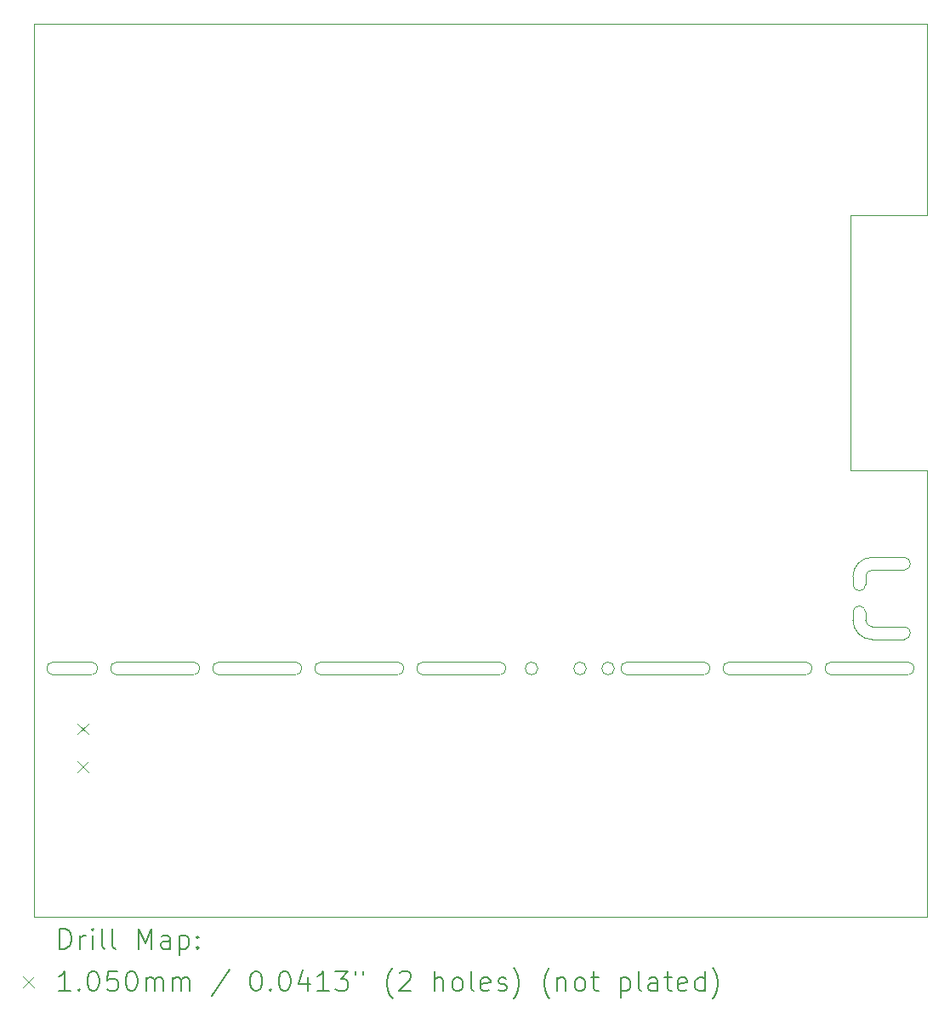
<source format=gbr>
%TF.GenerationSoftware,KiCad,Pcbnew,8.0.6-hq-2-g3d73d9976a*%
%TF.CreationDate,2024-12-23T23:06:48+08:00*%
%TF.ProjectId,DemoBoard_SensorForTemp&Rh_IntegratedWithMCU,44656d6f-426f-4617-9264-5f53656e736f,rev?*%
%TF.SameCoordinates,Original*%
%TF.FileFunction,Drillmap*%
%TF.FilePolarity,Positive*%
%FSLAX45Y45*%
G04 Gerber Fmt 4.5, Leading zero omitted, Abs format (unit mm)*
G04 Created by KiCad (PCBNEW 8.0.6-hq-2-g3d73d9976a) date 2024-12-23 23:06:48*
%MOMM*%
%LPD*%
G01*
G04 APERTURE LIST*
%ADD10C,0.050000*%
%ADD11C,0.200000*%
%ADD12C,0.105000*%
G04 APERTURE END LIST*
D10*
X16281400Y-11077940D02*
G75*
G02*
X16281400Y-11204940I0J-63500D01*
G01*
X13525500Y-11557000D02*
G75*
G02*
X13525500Y-11430000I0J63500D01*
G01*
X10223500Y-11557000D02*
X9461500Y-11557000D01*
X15748000Y-9525000D02*
X16510000Y-9525000D01*
X7620000Y-13970000D02*
X7620000Y-5080000D01*
X10223500Y-11430000D02*
G75*
G02*
X10223500Y-11557000I0J-63500D01*
G01*
X12255500Y-11430000D02*
X11493500Y-11430000D01*
X15963900Y-11077940D02*
G75*
G02*
X15900400Y-11014440I0J63500D01*
G01*
X11493500Y-11557000D02*
G75*
G02*
X11493500Y-11430000I0J63500D01*
G01*
X12255500Y-11557000D02*
X11493500Y-11557000D01*
X8445500Y-11557000D02*
G75*
G02*
X8445500Y-11430000I0J63500D01*
G01*
X16319500Y-11557000D02*
X15557500Y-11557000D01*
X14287500Y-11557000D02*
X13525500Y-11557000D01*
X14541500Y-11557000D02*
G75*
G02*
X14541500Y-11430000I0J63500D01*
G01*
X14287500Y-11430000D02*
X13525500Y-11430000D01*
X14287500Y-11430000D02*
G75*
G02*
X14287500Y-11557000I0J-63500D01*
G01*
X16281400Y-10387060D02*
G75*
G02*
X16281400Y-10514060I0J-63500D01*
G01*
X12636500Y-11493500D02*
G75*
G02*
X12509500Y-11493500I-63500J0D01*
G01*
X12509500Y-11493500D02*
G75*
G02*
X12636500Y-11493500I63500J0D01*
G01*
X16281400Y-10514060D02*
X15963900Y-10514060D01*
X11239500Y-11430000D02*
G75*
G02*
X11239500Y-11557000I0J-63500D01*
G01*
X15963900Y-10387060D02*
X16281400Y-10387060D01*
X9461500Y-11557000D02*
G75*
G02*
X9461500Y-11430000I0J63500D01*
G01*
X15900400Y-10577560D02*
G75*
G02*
X15963900Y-10514060I63500J0D01*
G01*
X9207500Y-11430000D02*
G75*
G02*
X9207500Y-11557000I0J-63500D01*
G01*
X7810500Y-11557000D02*
X8191500Y-11557000D01*
X15773400Y-10935700D02*
G75*
G02*
X15900400Y-10935700I63500J0D01*
G01*
X15748000Y-6985000D02*
X15748000Y-9525000D01*
X11239500Y-11557000D02*
X10477500Y-11557000D01*
X9207500Y-11430000D02*
X8445500Y-11430000D01*
X7810500Y-11557000D02*
G75*
G02*
X7810500Y-11430000I0J63500D01*
G01*
X10223500Y-11430000D02*
X9461500Y-11430000D01*
X15963900Y-11204940D02*
X16281400Y-11204940D01*
X11239500Y-11430000D02*
X10477500Y-11430000D01*
X15900400Y-10656300D02*
G75*
G02*
X15773400Y-10656300I-63500J0D01*
G01*
X8191500Y-11430000D02*
X7810500Y-11430000D01*
X15303500Y-11430000D02*
G75*
G02*
X15303500Y-11557000I0J-63500D01*
G01*
X15303500Y-11557000D02*
X14541500Y-11557000D01*
X9207500Y-11557000D02*
X8445500Y-11557000D01*
X7620000Y-5080000D02*
X16510000Y-5080000D01*
X12255500Y-11430000D02*
G75*
G02*
X12255500Y-11557000I0J-63500D01*
G01*
X15773400Y-10935700D02*
X15773400Y-11014440D01*
X15303500Y-11430000D02*
X14541500Y-11430000D01*
X16510000Y-13970000D02*
X7620000Y-13970000D01*
X15773400Y-10656300D02*
X15773400Y-10577560D01*
X13119100Y-11493500D02*
G75*
G02*
X12992100Y-11493500I-63500J0D01*
G01*
X12992100Y-11493500D02*
G75*
G02*
X13119100Y-11493500I63500J0D01*
G01*
X15900400Y-10935700D02*
X15900400Y-11014440D01*
X8191500Y-11430000D02*
G75*
G02*
X8191500Y-11557000I0J-63500D01*
G01*
X16319500Y-11430000D02*
X15557500Y-11430000D01*
X15557500Y-11557000D02*
G75*
G02*
X15557500Y-11430000I0J63500D01*
G01*
X13398500Y-11493500D02*
G75*
G02*
X13271500Y-11493500I-63500J0D01*
G01*
X13271500Y-11493500D02*
G75*
G02*
X13398500Y-11493500I63500J0D01*
G01*
X16510000Y-6985000D02*
X15748000Y-6985000D01*
X15963900Y-11204940D02*
G75*
G02*
X15773400Y-11014440I0J190500D01*
G01*
X10477500Y-11557000D02*
G75*
G02*
X10477500Y-11430000I0J63500D01*
G01*
X16319500Y-11430000D02*
G75*
G02*
X16319500Y-11557000I0J-63500D01*
G01*
X15773400Y-10577560D02*
G75*
G02*
X15963900Y-10387060I190500J0D01*
G01*
X15900400Y-10656300D02*
X15900400Y-10577560D01*
X16281400Y-11077940D02*
X15963900Y-11077940D01*
X16510000Y-5080000D02*
X16510000Y-6985000D01*
X16510000Y-9525000D02*
X16510000Y-13970000D01*
D11*
D12*
X8055510Y-12040940D02*
X8160510Y-12145940D01*
X8160510Y-12040940D02*
X8055510Y-12145940D01*
X8055510Y-12420940D02*
X8160510Y-12525940D01*
X8160510Y-12420940D02*
X8055510Y-12525940D01*
D11*
X7878277Y-14283984D02*
X7878277Y-14083984D01*
X7878277Y-14083984D02*
X7925896Y-14083984D01*
X7925896Y-14083984D02*
X7954467Y-14093508D01*
X7954467Y-14093508D02*
X7973515Y-14112555D01*
X7973515Y-14112555D02*
X7983039Y-14131603D01*
X7983039Y-14131603D02*
X7992562Y-14169698D01*
X7992562Y-14169698D02*
X7992562Y-14198269D01*
X7992562Y-14198269D02*
X7983039Y-14236365D01*
X7983039Y-14236365D02*
X7973515Y-14255412D01*
X7973515Y-14255412D02*
X7954467Y-14274460D01*
X7954467Y-14274460D02*
X7925896Y-14283984D01*
X7925896Y-14283984D02*
X7878277Y-14283984D01*
X8078277Y-14283984D02*
X8078277Y-14150650D01*
X8078277Y-14188746D02*
X8087801Y-14169698D01*
X8087801Y-14169698D02*
X8097324Y-14160174D01*
X8097324Y-14160174D02*
X8116372Y-14150650D01*
X8116372Y-14150650D02*
X8135420Y-14150650D01*
X8202086Y-14283984D02*
X8202086Y-14150650D01*
X8202086Y-14083984D02*
X8192562Y-14093508D01*
X8192562Y-14093508D02*
X8202086Y-14103031D01*
X8202086Y-14103031D02*
X8211610Y-14093508D01*
X8211610Y-14093508D02*
X8202086Y-14083984D01*
X8202086Y-14083984D02*
X8202086Y-14103031D01*
X8325896Y-14283984D02*
X8306848Y-14274460D01*
X8306848Y-14274460D02*
X8297324Y-14255412D01*
X8297324Y-14255412D02*
X8297324Y-14083984D01*
X8430658Y-14283984D02*
X8411610Y-14274460D01*
X8411610Y-14274460D02*
X8402086Y-14255412D01*
X8402086Y-14255412D02*
X8402086Y-14083984D01*
X8659229Y-14283984D02*
X8659229Y-14083984D01*
X8659229Y-14083984D02*
X8725896Y-14226841D01*
X8725896Y-14226841D02*
X8792563Y-14083984D01*
X8792563Y-14083984D02*
X8792563Y-14283984D01*
X8973515Y-14283984D02*
X8973515Y-14179222D01*
X8973515Y-14179222D02*
X8963991Y-14160174D01*
X8963991Y-14160174D02*
X8944944Y-14150650D01*
X8944944Y-14150650D02*
X8906848Y-14150650D01*
X8906848Y-14150650D02*
X8887801Y-14160174D01*
X8973515Y-14274460D02*
X8954467Y-14283984D01*
X8954467Y-14283984D02*
X8906848Y-14283984D01*
X8906848Y-14283984D02*
X8887801Y-14274460D01*
X8887801Y-14274460D02*
X8878277Y-14255412D01*
X8878277Y-14255412D02*
X8878277Y-14236365D01*
X8878277Y-14236365D02*
X8887801Y-14217317D01*
X8887801Y-14217317D02*
X8906848Y-14207793D01*
X8906848Y-14207793D02*
X8954467Y-14207793D01*
X8954467Y-14207793D02*
X8973515Y-14198269D01*
X9068753Y-14150650D02*
X9068753Y-14350650D01*
X9068753Y-14160174D02*
X9087801Y-14150650D01*
X9087801Y-14150650D02*
X9125896Y-14150650D01*
X9125896Y-14150650D02*
X9144944Y-14160174D01*
X9144944Y-14160174D02*
X9154467Y-14169698D01*
X9154467Y-14169698D02*
X9163991Y-14188746D01*
X9163991Y-14188746D02*
X9163991Y-14245888D01*
X9163991Y-14245888D02*
X9154467Y-14264936D01*
X9154467Y-14264936D02*
X9144944Y-14274460D01*
X9144944Y-14274460D02*
X9125896Y-14283984D01*
X9125896Y-14283984D02*
X9087801Y-14283984D01*
X9087801Y-14283984D02*
X9068753Y-14274460D01*
X9249705Y-14264936D02*
X9259229Y-14274460D01*
X9259229Y-14274460D02*
X9249705Y-14283984D01*
X9249705Y-14283984D02*
X9240182Y-14274460D01*
X9240182Y-14274460D02*
X9249705Y-14264936D01*
X9249705Y-14264936D02*
X9249705Y-14283984D01*
X9249705Y-14160174D02*
X9259229Y-14169698D01*
X9259229Y-14169698D02*
X9249705Y-14179222D01*
X9249705Y-14179222D02*
X9240182Y-14169698D01*
X9240182Y-14169698D02*
X9249705Y-14160174D01*
X9249705Y-14160174D02*
X9249705Y-14179222D01*
D12*
X7512500Y-14560000D02*
X7617500Y-14665000D01*
X7617500Y-14560000D02*
X7512500Y-14665000D01*
D11*
X7983039Y-14703984D02*
X7868753Y-14703984D01*
X7925896Y-14703984D02*
X7925896Y-14503984D01*
X7925896Y-14503984D02*
X7906848Y-14532555D01*
X7906848Y-14532555D02*
X7887801Y-14551603D01*
X7887801Y-14551603D02*
X7868753Y-14561127D01*
X8068753Y-14684936D02*
X8078277Y-14694460D01*
X8078277Y-14694460D02*
X8068753Y-14703984D01*
X8068753Y-14703984D02*
X8059229Y-14694460D01*
X8059229Y-14694460D02*
X8068753Y-14684936D01*
X8068753Y-14684936D02*
X8068753Y-14703984D01*
X8202086Y-14503984D02*
X8221134Y-14503984D01*
X8221134Y-14503984D02*
X8240182Y-14513508D01*
X8240182Y-14513508D02*
X8249705Y-14523031D01*
X8249705Y-14523031D02*
X8259229Y-14542079D01*
X8259229Y-14542079D02*
X8268753Y-14580174D01*
X8268753Y-14580174D02*
X8268753Y-14627793D01*
X8268753Y-14627793D02*
X8259229Y-14665888D01*
X8259229Y-14665888D02*
X8249705Y-14684936D01*
X8249705Y-14684936D02*
X8240182Y-14694460D01*
X8240182Y-14694460D02*
X8221134Y-14703984D01*
X8221134Y-14703984D02*
X8202086Y-14703984D01*
X8202086Y-14703984D02*
X8183039Y-14694460D01*
X8183039Y-14694460D02*
X8173515Y-14684936D01*
X8173515Y-14684936D02*
X8163991Y-14665888D01*
X8163991Y-14665888D02*
X8154467Y-14627793D01*
X8154467Y-14627793D02*
X8154467Y-14580174D01*
X8154467Y-14580174D02*
X8163991Y-14542079D01*
X8163991Y-14542079D02*
X8173515Y-14523031D01*
X8173515Y-14523031D02*
X8183039Y-14513508D01*
X8183039Y-14513508D02*
X8202086Y-14503984D01*
X8449705Y-14503984D02*
X8354467Y-14503984D01*
X8354467Y-14503984D02*
X8344943Y-14599222D01*
X8344943Y-14599222D02*
X8354467Y-14589698D01*
X8354467Y-14589698D02*
X8373515Y-14580174D01*
X8373515Y-14580174D02*
X8421134Y-14580174D01*
X8421134Y-14580174D02*
X8440182Y-14589698D01*
X8440182Y-14589698D02*
X8449705Y-14599222D01*
X8449705Y-14599222D02*
X8459229Y-14618269D01*
X8459229Y-14618269D02*
X8459229Y-14665888D01*
X8459229Y-14665888D02*
X8449705Y-14684936D01*
X8449705Y-14684936D02*
X8440182Y-14694460D01*
X8440182Y-14694460D02*
X8421134Y-14703984D01*
X8421134Y-14703984D02*
X8373515Y-14703984D01*
X8373515Y-14703984D02*
X8354467Y-14694460D01*
X8354467Y-14694460D02*
X8344943Y-14684936D01*
X8583039Y-14503984D02*
X8602086Y-14503984D01*
X8602086Y-14503984D02*
X8621134Y-14513508D01*
X8621134Y-14513508D02*
X8630658Y-14523031D01*
X8630658Y-14523031D02*
X8640182Y-14542079D01*
X8640182Y-14542079D02*
X8649705Y-14580174D01*
X8649705Y-14580174D02*
X8649705Y-14627793D01*
X8649705Y-14627793D02*
X8640182Y-14665888D01*
X8640182Y-14665888D02*
X8630658Y-14684936D01*
X8630658Y-14684936D02*
X8621134Y-14694460D01*
X8621134Y-14694460D02*
X8602086Y-14703984D01*
X8602086Y-14703984D02*
X8583039Y-14703984D01*
X8583039Y-14703984D02*
X8563991Y-14694460D01*
X8563991Y-14694460D02*
X8554467Y-14684936D01*
X8554467Y-14684936D02*
X8544944Y-14665888D01*
X8544944Y-14665888D02*
X8535420Y-14627793D01*
X8535420Y-14627793D02*
X8535420Y-14580174D01*
X8535420Y-14580174D02*
X8544944Y-14542079D01*
X8544944Y-14542079D02*
X8554467Y-14523031D01*
X8554467Y-14523031D02*
X8563991Y-14513508D01*
X8563991Y-14513508D02*
X8583039Y-14503984D01*
X8735420Y-14703984D02*
X8735420Y-14570650D01*
X8735420Y-14589698D02*
X8744944Y-14580174D01*
X8744944Y-14580174D02*
X8763991Y-14570650D01*
X8763991Y-14570650D02*
X8792563Y-14570650D01*
X8792563Y-14570650D02*
X8811610Y-14580174D01*
X8811610Y-14580174D02*
X8821134Y-14599222D01*
X8821134Y-14599222D02*
X8821134Y-14703984D01*
X8821134Y-14599222D02*
X8830658Y-14580174D01*
X8830658Y-14580174D02*
X8849705Y-14570650D01*
X8849705Y-14570650D02*
X8878277Y-14570650D01*
X8878277Y-14570650D02*
X8897325Y-14580174D01*
X8897325Y-14580174D02*
X8906848Y-14599222D01*
X8906848Y-14599222D02*
X8906848Y-14703984D01*
X9002086Y-14703984D02*
X9002086Y-14570650D01*
X9002086Y-14589698D02*
X9011610Y-14580174D01*
X9011610Y-14580174D02*
X9030658Y-14570650D01*
X9030658Y-14570650D02*
X9059229Y-14570650D01*
X9059229Y-14570650D02*
X9078277Y-14580174D01*
X9078277Y-14580174D02*
X9087801Y-14599222D01*
X9087801Y-14599222D02*
X9087801Y-14703984D01*
X9087801Y-14599222D02*
X9097325Y-14580174D01*
X9097325Y-14580174D02*
X9116372Y-14570650D01*
X9116372Y-14570650D02*
X9144944Y-14570650D01*
X9144944Y-14570650D02*
X9163991Y-14580174D01*
X9163991Y-14580174D02*
X9173515Y-14599222D01*
X9173515Y-14599222D02*
X9173515Y-14703984D01*
X9563991Y-14494460D02*
X9392563Y-14751603D01*
X9821134Y-14503984D02*
X9840182Y-14503984D01*
X9840182Y-14503984D02*
X9859229Y-14513508D01*
X9859229Y-14513508D02*
X9868753Y-14523031D01*
X9868753Y-14523031D02*
X9878277Y-14542079D01*
X9878277Y-14542079D02*
X9887801Y-14580174D01*
X9887801Y-14580174D02*
X9887801Y-14627793D01*
X9887801Y-14627793D02*
X9878277Y-14665888D01*
X9878277Y-14665888D02*
X9868753Y-14684936D01*
X9868753Y-14684936D02*
X9859229Y-14694460D01*
X9859229Y-14694460D02*
X9840182Y-14703984D01*
X9840182Y-14703984D02*
X9821134Y-14703984D01*
X9821134Y-14703984D02*
X9802087Y-14694460D01*
X9802087Y-14694460D02*
X9792563Y-14684936D01*
X9792563Y-14684936D02*
X9783039Y-14665888D01*
X9783039Y-14665888D02*
X9773515Y-14627793D01*
X9773515Y-14627793D02*
X9773515Y-14580174D01*
X9773515Y-14580174D02*
X9783039Y-14542079D01*
X9783039Y-14542079D02*
X9792563Y-14523031D01*
X9792563Y-14523031D02*
X9802087Y-14513508D01*
X9802087Y-14513508D02*
X9821134Y-14503984D01*
X9973515Y-14684936D02*
X9983039Y-14694460D01*
X9983039Y-14694460D02*
X9973515Y-14703984D01*
X9973515Y-14703984D02*
X9963991Y-14694460D01*
X9963991Y-14694460D02*
X9973515Y-14684936D01*
X9973515Y-14684936D02*
X9973515Y-14703984D01*
X10106848Y-14503984D02*
X10125896Y-14503984D01*
X10125896Y-14503984D02*
X10144944Y-14513508D01*
X10144944Y-14513508D02*
X10154468Y-14523031D01*
X10154468Y-14523031D02*
X10163991Y-14542079D01*
X10163991Y-14542079D02*
X10173515Y-14580174D01*
X10173515Y-14580174D02*
X10173515Y-14627793D01*
X10173515Y-14627793D02*
X10163991Y-14665888D01*
X10163991Y-14665888D02*
X10154468Y-14684936D01*
X10154468Y-14684936D02*
X10144944Y-14694460D01*
X10144944Y-14694460D02*
X10125896Y-14703984D01*
X10125896Y-14703984D02*
X10106848Y-14703984D01*
X10106848Y-14703984D02*
X10087801Y-14694460D01*
X10087801Y-14694460D02*
X10078277Y-14684936D01*
X10078277Y-14684936D02*
X10068753Y-14665888D01*
X10068753Y-14665888D02*
X10059229Y-14627793D01*
X10059229Y-14627793D02*
X10059229Y-14580174D01*
X10059229Y-14580174D02*
X10068753Y-14542079D01*
X10068753Y-14542079D02*
X10078277Y-14523031D01*
X10078277Y-14523031D02*
X10087801Y-14513508D01*
X10087801Y-14513508D02*
X10106848Y-14503984D01*
X10344944Y-14570650D02*
X10344944Y-14703984D01*
X10297325Y-14494460D02*
X10249706Y-14637317D01*
X10249706Y-14637317D02*
X10373515Y-14637317D01*
X10554468Y-14703984D02*
X10440182Y-14703984D01*
X10497325Y-14703984D02*
X10497325Y-14503984D01*
X10497325Y-14503984D02*
X10478277Y-14532555D01*
X10478277Y-14532555D02*
X10459229Y-14551603D01*
X10459229Y-14551603D02*
X10440182Y-14561127D01*
X10621134Y-14503984D02*
X10744944Y-14503984D01*
X10744944Y-14503984D02*
X10678277Y-14580174D01*
X10678277Y-14580174D02*
X10706849Y-14580174D01*
X10706849Y-14580174D02*
X10725896Y-14589698D01*
X10725896Y-14589698D02*
X10735420Y-14599222D01*
X10735420Y-14599222D02*
X10744944Y-14618269D01*
X10744944Y-14618269D02*
X10744944Y-14665888D01*
X10744944Y-14665888D02*
X10735420Y-14684936D01*
X10735420Y-14684936D02*
X10725896Y-14694460D01*
X10725896Y-14694460D02*
X10706849Y-14703984D01*
X10706849Y-14703984D02*
X10649706Y-14703984D01*
X10649706Y-14703984D02*
X10630658Y-14694460D01*
X10630658Y-14694460D02*
X10621134Y-14684936D01*
X10821134Y-14503984D02*
X10821134Y-14542079D01*
X10897325Y-14503984D02*
X10897325Y-14542079D01*
X11192563Y-14780174D02*
X11183039Y-14770650D01*
X11183039Y-14770650D02*
X11163991Y-14742079D01*
X11163991Y-14742079D02*
X11154468Y-14723031D01*
X11154468Y-14723031D02*
X11144944Y-14694460D01*
X11144944Y-14694460D02*
X11135420Y-14646841D01*
X11135420Y-14646841D02*
X11135420Y-14608746D01*
X11135420Y-14608746D02*
X11144944Y-14561127D01*
X11144944Y-14561127D02*
X11154468Y-14532555D01*
X11154468Y-14532555D02*
X11163991Y-14513508D01*
X11163991Y-14513508D02*
X11183039Y-14484936D01*
X11183039Y-14484936D02*
X11192563Y-14475412D01*
X11259229Y-14523031D02*
X11268753Y-14513508D01*
X11268753Y-14513508D02*
X11287801Y-14503984D01*
X11287801Y-14503984D02*
X11335420Y-14503984D01*
X11335420Y-14503984D02*
X11354468Y-14513508D01*
X11354468Y-14513508D02*
X11363991Y-14523031D01*
X11363991Y-14523031D02*
X11373515Y-14542079D01*
X11373515Y-14542079D02*
X11373515Y-14561127D01*
X11373515Y-14561127D02*
X11363991Y-14589698D01*
X11363991Y-14589698D02*
X11249706Y-14703984D01*
X11249706Y-14703984D02*
X11373515Y-14703984D01*
X11611610Y-14703984D02*
X11611610Y-14503984D01*
X11697325Y-14703984D02*
X11697325Y-14599222D01*
X11697325Y-14599222D02*
X11687801Y-14580174D01*
X11687801Y-14580174D02*
X11668753Y-14570650D01*
X11668753Y-14570650D02*
X11640182Y-14570650D01*
X11640182Y-14570650D02*
X11621134Y-14580174D01*
X11621134Y-14580174D02*
X11611610Y-14589698D01*
X11821134Y-14703984D02*
X11802087Y-14694460D01*
X11802087Y-14694460D02*
X11792563Y-14684936D01*
X11792563Y-14684936D02*
X11783039Y-14665888D01*
X11783039Y-14665888D02*
X11783039Y-14608746D01*
X11783039Y-14608746D02*
X11792563Y-14589698D01*
X11792563Y-14589698D02*
X11802087Y-14580174D01*
X11802087Y-14580174D02*
X11821134Y-14570650D01*
X11821134Y-14570650D02*
X11849706Y-14570650D01*
X11849706Y-14570650D02*
X11868753Y-14580174D01*
X11868753Y-14580174D02*
X11878277Y-14589698D01*
X11878277Y-14589698D02*
X11887801Y-14608746D01*
X11887801Y-14608746D02*
X11887801Y-14665888D01*
X11887801Y-14665888D02*
X11878277Y-14684936D01*
X11878277Y-14684936D02*
X11868753Y-14694460D01*
X11868753Y-14694460D02*
X11849706Y-14703984D01*
X11849706Y-14703984D02*
X11821134Y-14703984D01*
X12002087Y-14703984D02*
X11983039Y-14694460D01*
X11983039Y-14694460D02*
X11973515Y-14675412D01*
X11973515Y-14675412D02*
X11973515Y-14503984D01*
X12154468Y-14694460D02*
X12135420Y-14703984D01*
X12135420Y-14703984D02*
X12097325Y-14703984D01*
X12097325Y-14703984D02*
X12078277Y-14694460D01*
X12078277Y-14694460D02*
X12068753Y-14675412D01*
X12068753Y-14675412D02*
X12068753Y-14599222D01*
X12068753Y-14599222D02*
X12078277Y-14580174D01*
X12078277Y-14580174D02*
X12097325Y-14570650D01*
X12097325Y-14570650D02*
X12135420Y-14570650D01*
X12135420Y-14570650D02*
X12154468Y-14580174D01*
X12154468Y-14580174D02*
X12163991Y-14599222D01*
X12163991Y-14599222D02*
X12163991Y-14618269D01*
X12163991Y-14618269D02*
X12068753Y-14637317D01*
X12240182Y-14694460D02*
X12259230Y-14703984D01*
X12259230Y-14703984D02*
X12297325Y-14703984D01*
X12297325Y-14703984D02*
X12316372Y-14694460D01*
X12316372Y-14694460D02*
X12325896Y-14675412D01*
X12325896Y-14675412D02*
X12325896Y-14665888D01*
X12325896Y-14665888D02*
X12316372Y-14646841D01*
X12316372Y-14646841D02*
X12297325Y-14637317D01*
X12297325Y-14637317D02*
X12268753Y-14637317D01*
X12268753Y-14637317D02*
X12249706Y-14627793D01*
X12249706Y-14627793D02*
X12240182Y-14608746D01*
X12240182Y-14608746D02*
X12240182Y-14599222D01*
X12240182Y-14599222D02*
X12249706Y-14580174D01*
X12249706Y-14580174D02*
X12268753Y-14570650D01*
X12268753Y-14570650D02*
X12297325Y-14570650D01*
X12297325Y-14570650D02*
X12316372Y-14580174D01*
X12392563Y-14780174D02*
X12402087Y-14770650D01*
X12402087Y-14770650D02*
X12421134Y-14742079D01*
X12421134Y-14742079D02*
X12430658Y-14723031D01*
X12430658Y-14723031D02*
X12440182Y-14694460D01*
X12440182Y-14694460D02*
X12449706Y-14646841D01*
X12449706Y-14646841D02*
X12449706Y-14608746D01*
X12449706Y-14608746D02*
X12440182Y-14561127D01*
X12440182Y-14561127D02*
X12430658Y-14532555D01*
X12430658Y-14532555D02*
X12421134Y-14513508D01*
X12421134Y-14513508D02*
X12402087Y-14484936D01*
X12402087Y-14484936D02*
X12392563Y-14475412D01*
X12754468Y-14780174D02*
X12744944Y-14770650D01*
X12744944Y-14770650D02*
X12725896Y-14742079D01*
X12725896Y-14742079D02*
X12716372Y-14723031D01*
X12716372Y-14723031D02*
X12706849Y-14694460D01*
X12706849Y-14694460D02*
X12697325Y-14646841D01*
X12697325Y-14646841D02*
X12697325Y-14608746D01*
X12697325Y-14608746D02*
X12706849Y-14561127D01*
X12706849Y-14561127D02*
X12716372Y-14532555D01*
X12716372Y-14532555D02*
X12725896Y-14513508D01*
X12725896Y-14513508D02*
X12744944Y-14484936D01*
X12744944Y-14484936D02*
X12754468Y-14475412D01*
X12830658Y-14570650D02*
X12830658Y-14703984D01*
X12830658Y-14589698D02*
X12840182Y-14580174D01*
X12840182Y-14580174D02*
X12859230Y-14570650D01*
X12859230Y-14570650D02*
X12887801Y-14570650D01*
X12887801Y-14570650D02*
X12906849Y-14580174D01*
X12906849Y-14580174D02*
X12916372Y-14599222D01*
X12916372Y-14599222D02*
X12916372Y-14703984D01*
X13040182Y-14703984D02*
X13021134Y-14694460D01*
X13021134Y-14694460D02*
X13011611Y-14684936D01*
X13011611Y-14684936D02*
X13002087Y-14665888D01*
X13002087Y-14665888D02*
X13002087Y-14608746D01*
X13002087Y-14608746D02*
X13011611Y-14589698D01*
X13011611Y-14589698D02*
X13021134Y-14580174D01*
X13021134Y-14580174D02*
X13040182Y-14570650D01*
X13040182Y-14570650D02*
X13068753Y-14570650D01*
X13068753Y-14570650D02*
X13087801Y-14580174D01*
X13087801Y-14580174D02*
X13097325Y-14589698D01*
X13097325Y-14589698D02*
X13106849Y-14608746D01*
X13106849Y-14608746D02*
X13106849Y-14665888D01*
X13106849Y-14665888D02*
X13097325Y-14684936D01*
X13097325Y-14684936D02*
X13087801Y-14694460D01*
X13087801Y-14694460D02*
X13068753Y-14703984D01*
X13068753Y-14703984D02*
X13040182Y-14703984D01*
X13163992Y-14570650D02*
X13240182Y-14570650D01*
X13192563Y-14503984D02*
X13192563Y-14675412D01*
X13192563Y-14675412D02*
X13202087Y-14694460D01*
X13202087Y-14694460D02*
X13221134Y-14703984D01*
X13221134Y-14703984D02*
X13240182Y-14703984D01*
X13459230Y-14570650D02*
X13459230Y-14770650D01*
X13459230Y-14580174D02*
X13478277Y-14570650D01*
X13478277Y-14570650D02*
X13516373Y-14570650D01*
X13516373Y-14570650D02*
X13535420Y-14580174D01*
X13535420Y-14580174D02*
X13544944Y-14589698D01*
X13544944Y-14589698D02*
X13554468Y-14608746D01*
X13554468Y-14608746D02*
X13554468Y-14665888D01*
X13554468Y-14665888D02*
X13544944Y-14684936D01*
X13544944Y-14684936D02*
X13535420Y-14694460D01*
X13535420Y-14694460D02*
X13516373Y-14703984D01*
X13516373Y-14703984D02*
X13478277Y-14703984D01*
X13478277Y-14703984D02*
X13459230Y-14694460D01*
X13668753Y-14703984D02*
X13649706Y-14694460D01*
X13649706Y-14694460D02*
X13640182Y-14675412D01*
X13640182Y-14675412D02*
X13640182Y-14503984D01*
X13830658Y-14703984D02*
X13830658Y-14599222D01*
X13830658Y-14599222D02*
X13821134Y-14580174D01*
X13821134Y-14580174D02*
X13802087Y-14570650D01*
X13802087Y-14570650D02*
X13763992Y-14570650D01*
X13763992Y-14570650D02*
X13744944Y-14580174D01*
X13830658Y-14694460D02*
X13811611Y-14703984D01*
X13811611Y-14703984D02*
X13763992Y-14703984D01*
X13763992Y-14703984D02*
X13744944Y-14694460D01*
X13744944Y-14694460D02*
X13735420Y-14675412D01*
X13735420Y-14675412D02*
X13735420Y-14656365D01*
X13735420Y-14656365D02*
X13744944Y-14637317D01*
X13744944Y-14637317D02*
X13763992Y-14627793D01*
X13763992Y-14627793D02*
X13811611Y-14627793D01*
X13811611Y-14627793D02*
X13830658Y-14618269D01*
X13897325Y-14570650D02*
X13973515Y-14570650D01*
X13925896Y-14503984D02*
X13925896Y-14675412D01*
X13925896Y-14675412D02*
X13935420Y-14694460D01*
X13935420Y-14694460D02*
X13954468Y-14703984D01*
X13954468Y-14703984D02*
X13973515Y-14703984D01*
X14116373Y-14694460D02*
X14097325Y-14703984D01*
X14097325Y-14703984D02*
X14059230Y-14703984D01*
X14059230Y-14703984D02*
X14040182Y-14694460D01*
X14040182Y-14694460D02*
X14030658Y-14675412D01*
X14030658Y-14675412D02*
X14030658Y-14599222D01*
X14030658Y-14599222D02*
X14040182Y-14580174D01*
X14040182Y-14580174D02*
X14059230Y-14570650D01*
X14059230Y-14570650D02*
X14097325Y-14570650D01*
X14097325Y-14570650D02*
X14116373Y-14580174D01*
X14116373Y-14580174D02*
X14125896Y-14599222D01*
X14125896Y-14599222D02*
X14125896Y-14618269D01*
X14125896Y-14618269D02*
X14030658Y-14637317D01*
X14297325Y-14703984D02*
X14297325Y-14503984D01*
X14297325Y-14694460D02*
X14278277Y-14703984D01*
X14278277Y-14703984D02*
X14240182Y-14703984D01*
X14240182Y-14703984D02*
X14221134Y-14694460D01*
X14221134Y-14694460D02*
X14211611Y-14684936D01*
X14211611Y-14684936D02*
X14202087Y-14665888D01*
X14202087Y-14665888D02*
X14202087Y-14608746D01*
X14202087Y-14608746D02*
X14211611Y-14589698D01*
X14211611Y-14589698D02*
X14221134Y-14580174D01*
X14221134Y-14580174D02*
X14240182Y-14570650D01*
X14240182Y-14570650D02*
X14278277Y-14570650D01*
X14278277Y-14570650D02*
X14297325Y-14580174D01*
X14373515Y-14780174D02*
X14383039Y-14770650D01*
X14383039Y-14770650D02*
X14402087Y-14742079D01*
X14402087Y-14742079D02*
X14411611Y-14723031D01*
X14411611Y-14723031D02*
X14421134Y-14694460D01*
X14421134Y-14694460D02*
X14430658Y-14646841D01*
X14430658Y-14646841D02*
X14430658Y-14608746D01*
X14430658Y-14608746D02*
X14421134Y-14561127D01*
X14421134Y-14561127D02*
X14411611Y-14532555D01*
X14411611Y-14532555D02*
X14402087Y-14513508D01*
X14402087Y-14513508D02*
X14383039Y-14484936D01*
X14383039Y-14484936D02*
X14373515Y-14475412D01*
M02*

</source>
